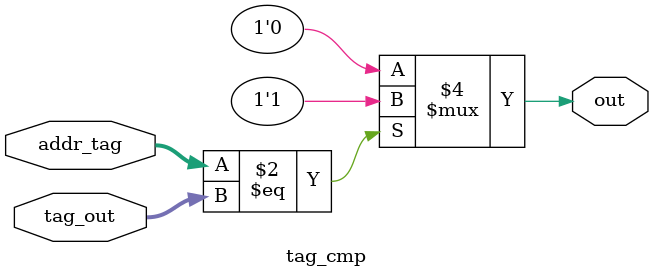
<source format=sv>
module tag_cmp #(
    parameter s_offset = 5,
    parameter s_index  = 3,
    parameter s_tag    = 32 - s_offset - s_index
)
(
    input logic [s_tag-1:0] addr_tag,
	 input logic [s_tag-1:0] tag_out,
	 output logic out
);

always_comb
begin
	if(addr_tag == tag_out) out = 1'd1;
	else out = 1'd0;
end

endmodule : tag_cmp
</source>
